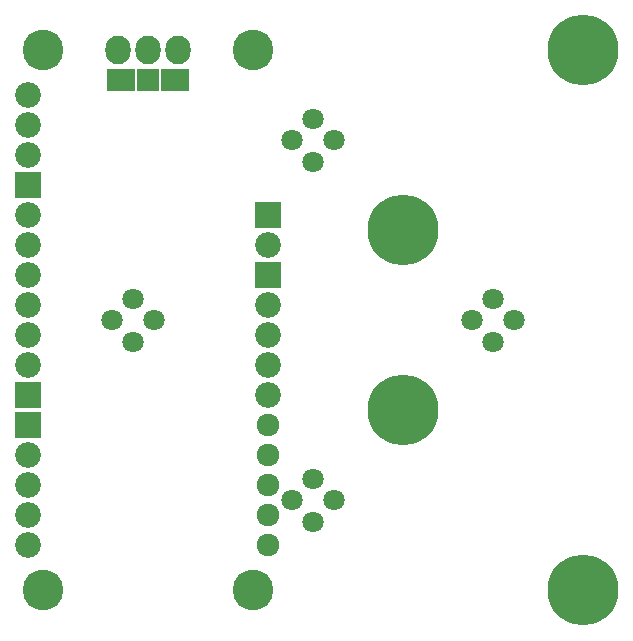
<source format=gts>
%TF.GenerationSoftware,KiCad,Pcbnew,4.0.6-e0-6349~53~ubuntu16.04.1*%
%TF.CreationDate,2017-04-03T21:37:27+05:30*%
%TF.ProjectId,feather_v3,666561746865725F76332E6B69636164,rev?*%
%TF.FileFunction,Soldermask,Top*%
%FSLAX46Y46*%
G04 Gerber Fmt 4.6, Leading zero omitted, Abs format (unit mm)*
G04 Created by KiCad (PCBNEW 4.0.6-e0-6349~53~ubuntu16.04.1) date Mon Apr  3 21:37:27 2017*
%MOMM*%
%LPD*%
G01*
G04 APERTURE LIST*
%ADD10C,0.101600*%
%ADD11R,2.178000X2.178000*%
%ADD12C,2.178000*%
%ADD13C,1.924000*%
%ADD14C,3.448000*%
%ADD15O,2.127200X2.432000*%
%ADD16R,1.924000X1.924000*%
%ADD17R,2.432000X1.924000*%
%ADD18C,1.797000*%
%ADD19C,6.000000*%
G04 APERTURE END LIST*
D10*
D11*
X77470000Y-105410000D03*
X97790000Y-107950000D03*
X97790000Y-113030000D03*
X77470000Y-123190000D03*
X77470000Y-125730000D03*
D12*
X77470000Y-97790000D03*
X77470000Y-100330000D03*
X77470000Y-102870000D03*
X77470000Y-107950000D03*
X77470000Y-110490000D03*
X77470000Y-113030000D03*
X77470000Y-115570000D03*
X77470000Y-118110000D03*
X77470000Y-120650000D03*
X77470000Y-128270000D03*
X77470000Y-130810000D03*
X77470000Y-133350000D03*
X77470000Y-135890000D03*
D13*
X97790000Y-135890000D03*
X97790000Y-133350000D03*
X97790000Y-130810000D03*
X97790000Y-128270000D03*
X97790000Y-125730000D03*
D12*
X97790000Y-123190000D03*
X97790000Y-120650000D03*
X97790000Y-118110000D03*
X97790000Y-115570000D03*
X97790000Y-110490000D03*
D14*
X78740000Y-93980000D03*
X78740000Y-139700000D03*
X96520000Y-139700000D03*
X96520000Y-93980000D03*
D15*
X90170000Y-93980000D03*
X87630000Y-93980000D03*
X85090000Y-93980000D03*
D16*
X87630000Y-96520000D03*
D17*
X85344000Y-96520000D03*
X89916000Y-96520000D03*
D18*
X101600000Y-130283949D03*
X99803949Y-132080000D03*
X101600000Y-133876051D03*
X103396051Y-132080000D03*
D19*
X109220002Y-124460000D03*
X124460000Y-139700000D03*
X124460000Y-93980000D03*
X109220000Y-109220000D03*
D18*
X116840000Y-118636051D03*
X118636051Y-116840000D03*
X116840000Y-115043949D03*
X115043949Y-116840000D03*
X103396051Y-101600000D03*
X101600000Y-99803949D03*
X99803949Y-101600000D03*
X101600000Y-103396051D03*
X84563949Y-116840000D03*
X86360000Y-118636051D03*
X88156051Y-116840000D03*
X86360000Y-115043949D03*
M02*

</source>
